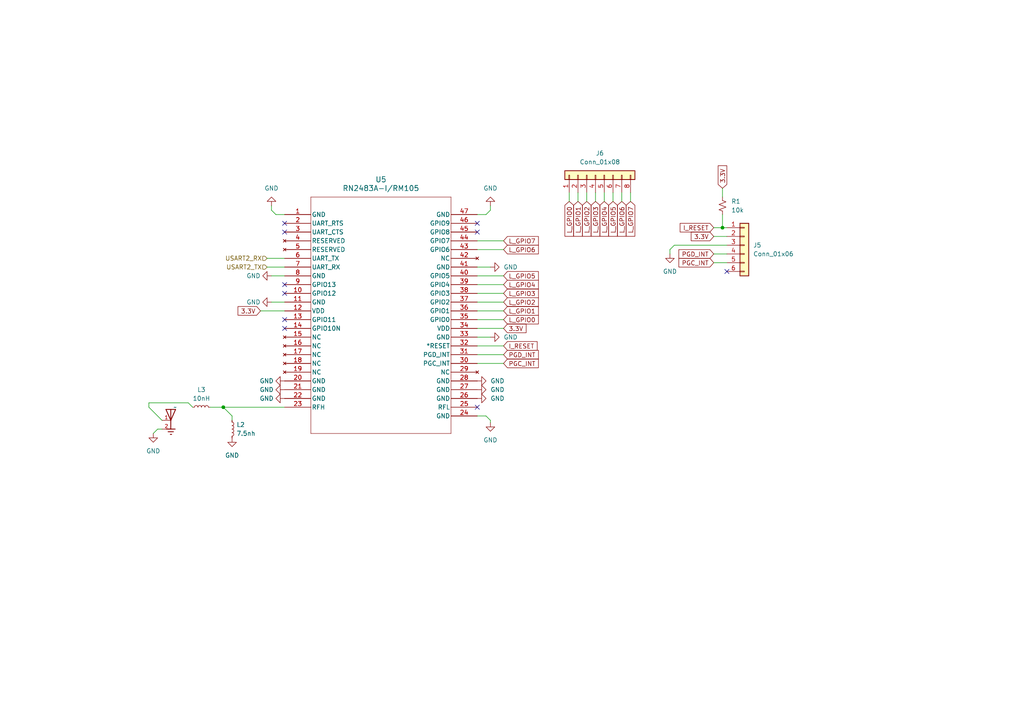
<source format=kicad_sch>
(kicad_sch (version 20230121) (generator eeschema)
  (paper "A4")
  (lib_symbols
    (symbol "Connector_Generic:Conn_01x06" (pin_names (offset 1.016) hide)
      (property "Reference" "J" (at 0 7.62 0))
      (property "Value" "Conn_01x06" (at 0 -10.16 0))
      (symbol "Conn_01x06_1_1"
        (rectangle (start -1.27 -7.493) (end 0 -7.747) (stroke (width 0.1524)))
        (rectangle (start -1.27 -4.953) (end 0 -5.207) (stroke (width 0.1524)))
        (rectangle (start -1.27 -2.413) (end 0 -2.667) (stroke (width 0.1524)))
        (rectangle (start -1.27 0.127) (end 0 -0.127) (stroke (width 0.1524)))
        (rectangle (start -1.27 2.667) (end 0 2.413) (stroke (width 0.1524)))
        (rectangle (start -1.27 5.207) (end 0 4.953) (stroke (width 0.1524)))
        (rectangle (start -1.27 6.35) (end 1.27 -8.89) (stroke (width 0.254)) (fill (type background)))
        (pin passive line (at -5.08 5.08 0) (length 3.81) (name "Pin_1") (number "1"))
        (pin passive line (at -5.08 2.54 0) (length 3.81) (name "Pin_2") (number "2"))
        (pin passive line (at -5.08 0 0) (length 3.81) (name "Pin_3") (number "3"))
        (pin passive line (at -5.08 -2.54 0) (length 3.81) (name "Pin_4") (number "4"))
        (pin passive line (at -5.08 -5.08 0) (length 3.81) (name "Pin_5") (number "5"))
        (pin passive line (at -5.08 -7.62 0) (length 3.81) (name "Pin_6") (number "6"))
      )
    )
    (symbol "Connector_Generic:Conn_01x08" (pin_names (offset 1.016) hide)
      (property "Reference" "J" (at 0 10.16 0))
      (property "Value" "Conn_01x08" (at 0 -12.7 0))
      (symbol "Conn_01x08_1_1"
        (rectangle (start -1.27 -10.033) (end 0 -10.287) (stroke (width 0.1524)))
        (rectangle (start -1.27 -7.493) (end 0 -7.747) (stroke (width 0.1524)))
        (rectangle (start -1.27 -4.953) (end 0 -5.207) (stroke (width 0.1524)))
        (rectangle (start -1.27 -2.413) (end 0 -2.667) (stroke (width 0.1524)))
        (rectangle (start -1.27 0.127) (end 0 -0.127) (stroke (width 0.1524)))
        (rectangle (start -1.27 2.667) (end 0 2.413) (stroke (width 0.1524)))
        (rectangle (start -1.27 5.207) (end 0 4.953) (stroke (width 0.1524)))
        (rectangle (start -1.27 7.747) (end 0 7.493) (stroke (width 0.1524)))
        (rectangle (start -1.27 8.89) (end 1.27 -11.43) (stroke (width 0.254)) (fill (type background)))
        (pin passive line (at -5.08 7.62 0) (length 3.81) (name "Pin_1") (number "1"))
        (pin passive line (at -5.08 5.08 0) (length 3.81) (name "Pin_2") (number "2"))
        (pin passive line (at -5.08 2.54 0) (length 3.81) (name "Pin_3") (number "3"))
        (pin passive line (at -5.08 0 0) (length 3.81) (name "Pin_4") (number "4"))
        (pin passive line (at -5.08 -2.54 0) (length 3.81) (name "Pin_5") (number "5"))
        (pin passive line (at -5.08 -5.08 0) (length 3.81) (name "Pin_6") (number "6"))
        (pin passive line (at -5.08 -7.62 0) (length 3.81) (name "Pin_7") (number "7"))
        (pin passive line (at -5.08 -10.16 0) (length 3.81) (name "Pin_8") (number "8"))
      )
    )
    (symbol "Device:L_Small" (pin_numbers hide) (pin_names (offset 0.254) hide)
      (property "Reference" "L" (at 0.762 1.016 0))
      (property "Value" "L_Small" (at 0.762 -1.016 0))
      (symbol "L_Small_0_1"
        (arc (start 0 -2.032) (mid 0.5058 -1.524) (end 0 -1.016))
        (arc (start 0 -1.016) (mid 0.5058 -0.508) (end 0 0))
        (arc (start 0 0) (mid 0.5058 0.508) (end 0 1.016))
        (arc (start 0 1.016) (mid 0.5058 1.524) (end 0 2.032))
      )
      (symbol "L_Small_1_1"
        (pin passive line (at 0 2.54 270) (length 0.508) (name "~") (number "1"))
        (pin passive line (at 0 -2.54 90) (length 0.508) (name "~") (number "2"))
      )
    )
    (symbol "Device:R_Small_US" (pin_numbers hide) (pin_names (offset 0.254) hide)
      (property "Reference" "R" (at 0.762 0.508 0))
      (property "Value" "R_Small_US" (at 0.762 -1.016 0))
      (symbol "R_Small_US_1_1"
        (polyline (pts (xy 0 0) (xy 1.016 -0.381) (xy 0 -0.762) (xy -1.016 -1.143) (xy 0 -1.524)))
        (polyline (pts (xy 0 1.524) (xy 1.016 1.143) (xy 0 0.762) (xy -1.016 0.381) (xy 0 0)))
        (pin passive line (at 0 2.54 270) (length 1.016) (name "~") (number "1"))
        (pin passive line (at 0 -2.54 90) (length 1.016) (name "~") (number "2"))
      )
    )
    (symbol "RN2483A-I/RM105:RN2483A-I_RM105" (pin_names (offset 0.254))
      (property "Reference" "U" (at 27.94 10.16 0))
      (property "Value" "RN2483A-I/RM105" (at 27.94 7.62 0))
      (symbol "RN2483A-I_RM105_0_1"
        (polyline (pts (xy 7.62 -63.5) (xy 48.26 -63.5)) (stroke (width 0.127)))
        (polyline (pts (xy 7.62 5.08) (xy 7.62 -63.5)) (stroke (width 0.127)))
        (polyline (pts (xy 48.26 -63.5) (xy 48.26 5.08)) (stroke (width 0.127)))
        (polyline (pts (xy 48.26 5.08) (xy 7.62 5.08)) (stroke (width 0.127)))
        (pin power_out line (at 0 0 0) (length 7.62) (name "GND") (number "1"))
        (pin bidirectional line (at 0 -22.86 0) (length 7.62) (name "GPIO12") (number "10"))
        (pin power_out line (at 0 -25.4 0) (length 7.62) (name "GND") (number "11"))
        (pin power_in line (at 0 -27.94 0) (length 7.62) (name "VDD") (number "12"))
        (pin bidirectional line (at 0 -30.48 0) (length 7.62) (name "GPIO11") (number "13"))
        (pin bidirectional line (at 0 -33.02 0) (length 7.62) (name "GPIO10N") (number "14"))
        (pin no_connect line (at 0 -35.56 0) (length 7.62) (name "NC") (number "15"))
        (pin no_connect line (at 0 -38.1 0) (length 7.62) (name "NC") (number "16"))
        (pin no_connect line (at 0 -40.64 0) (length 7.62) (name "NC") (number "17"))
        (pin no_connect line (at 0 -43.18 0) (length 7.62) (name "NC") (number "18"))
        (pin no_connect line (at 0 -45.72 0) (length 7.62) (name "NC") (number "19"))
        (pin output line (at 0 -2.54 0) (length 7.62) (name "UART_RTS") (number "2"))
        (pin power_out line (at 0 -48.26 0) (length 7.62) (name "GND") (number "20"))
        (pin power_out line (at 0 -50.8 0) (length 7.62) (name "GND") (number "21"))
        (pin power_out line (at 0 -53.34 0) (length 7.62) (name "GND") (number "22"))
        (pin unspecified line (at 0 -55.88 0) (length 7.62) (name "RFH") (number "23"))
        (pin power_out line (at 55.88 -58.42 180) (length 7.62) (name "GND") (number "24"))
        (pin unspecified line (at 55.88 -55.88 180) (length 7.62) (name "RFL") (number "25"))
        (pin power_out line (at 55.88 -53.34 180) (length 7.62) (name "GND") (number "26"))
        (pin power_out line (at 55.88 -50.8 180) (length 7.62) (name "GND") (number "27"))
        (pin power_out line (at 55.88 -48.26 180) (length 7.62) (name "GND") (number "28"))
        (pin no_connect line (at 55.88 -45.72 180) (length 7.62) (name "NC") (number "29"))
        (pin input line (at 0 -5.08 0) (length 7.62) (name "UART_CTS") (number "3"))
        (pin bidirectional line (at 55.88 -43.18 180) (length 7.62) (name "PGC_INT") (number "30"))
        (pin bidirectional line (at 55.88 -40.64 180) (length 7.62) (name "PGD_INT") (number "31"))
        (pin input line (at 55.88 -38.1 180) (length 7.62) (name "*RESET") (number "32"))
        (pin power_out line (at 55.88 -35.56 180) (length 7.62) (name "GND") (number "33"))
        (pin power_in line (at 55.88 -33.02 180) (length 7.62) (name "VDD") (number "34"))
        (pin bidirectional line (at 55.88 -30.48 180) (length 7.62) (name "GPIO0") (number "35"))
        (pin bidirectional line (at 55.88 -27.94 180) (length 7.62) (name "GPIO1") (number "36"))
        (pin bidirectional line (at 55.88 -25.4 180) (length 7.62) (name "GPIO2") (number "37"))
        (pin bidirectional line (at 55.88 -22.86 180) (length 7.62) (name "GPIO3") (number "38"))
        (pin bidirectional line (at 55.88 -20.32 180) (length 7.62) (name "GPIO4") (number "39"))
        (pin no_connect line (at 0 -7.62 0) (length 7.62) (name "RESERVED") (number "4"))
        (pin bidirectional line (at 55.88 -17.78 180) (length 7.62) (name "GPIO5") (number "40"))
        (pin power_out line (at 55.88 -15.24 180) (length 7.62) (name "GND") (number "41"))
        (pin no_connect line (at 55.88 -12.7 180) (length 7.62) (name "NC") (number "42"))
        (pin bidirectional line (at 55.88 -10.16 180) (length 7.62) (name "GPIO6") (number "43"))
        (pin bidirectional line (at 55.88 -7.62 180) (length 7.62) (name "GPIO7") (number "44"))
        (pin bidirectional line (at 55.88 -5.08 180) (length 7.62) (name "GPIO8") (number "45"))
        (pin bidirectional line (at 55.88 -2.54 180) (length 7.62) (name "GPIO9") (number "46"))
        (pin power_out line (at 55.88 0 180) (length 7.62) (name "GND") (number "47"))
        (pin no_connect line (at 0 -10.16 0) (length 7.62) (name "RESERVED") (number "5"))
        (pin output line (at 0 -12.7 0) (length 7.62) (name "UART_TX") (number "6"))
        (pin input line (at 0 -15.24 0) (length 7.62) (name "UART_RX") (number "7"))
        (pin power_out line (at 0 -17.78 0) (length 7.62) (name "GND") (number "8"))
        (pin bidirectional line (at 0 -20.32 0) (length 7.62) (name "GPIO13") (number "9"))
      )
    )
    (symbol "_F_Lib:antenna-868Mhz"
      (property "Reference" "U" (at 3.81 4.445 0))
      (symbol "antenna-868Mhz_0_0"
        (polyline (pts (xy -1.397 3.175) (xy 0 3.175)) (stroke (width 0.254)))
        (polyline (pts (xy -0.762 -3.302) (xy 0.762 -3.302)) (stroke (width 0.254)))
        (polyline (pts (xy -0.127 -4.064) (xy 0.254 -4.064)) (stroke (width 0.254)))
        (polyline (pts (xy 0 -2.54) (xy -1.27 -2.54)) (stroke (width 0.254)))
        (polyline (pts (xy 0 -2.54) (xy 1.27 -2.54)) (stroke (width 0.254)))
        (polyline (pts (xy 0 0) (xy -1.397 3.175)) (stroke (width 0.254)))
        (polyline (pts (xy 0 0) (xy 0 -2.54)) (stroke (width 0.254)))
        (polyline (pts (xy 0 3.175) (xy 0 0)) (stroke (width 0.254)))
        (polyline (pts (xy 0 3.175) (xy 1.397 3.175)) (stroke (width 0.254)))
        (polyline (pts (xy 1.397 3.175) (xy 0 0)) (stroke (width 0.254)))
        (pin passive line (at -2.54 0 0) (length 2.54) (name "~") (number "1"))
        (pin power_in line (at -2.54 -2.54 0) (length 2.54) (name "~") (number "2"))
      )
    )
    (symbol "power:GND" (power) (pin_names (offset 0))
      (property "Value" "GND" (at 0 -3.81 0))
      (symbol "GND_0_1"
        (polyline (pts (xy 0 0) (xy 0 -1.27) (xy 1.27 -1.27) (xy 0 -2.54) (xy -1.27 -1.27) (xy 0 -1.27)))
      )
      (symbol "GND_1_1"
        (pin power_in line (at 0 0 270) (length 0) hide (name "GND") (number "1"))
      )
    )
  )
  (junction (at 64.77 118.11))
  (junction (at 209.55 66.04))
  (no_connect (at 82.55 64.77))
  (no_connect (at 82.55 82.55))
  (no_connect (at 82.55 67.31))
  (no_connect (at 82.55 85.09))
  (no_connect (at 138.43 64.77))
  (no_connect (at 138.43 67.31))
  (no_connect (at 138.43 118.11))
  (no_connect (at 82.55 95.25))
  (no_connect (at 82.55 92.71))
  (no_connect (at 210.82 78.74))
  (wire (pts (xy 138.43 72.39) (xy 146.05 72.39)))
  (wire (pts (xy 170.18 55.88) (xy 170.18 58.42)))
  (wire (pts (xy 177.8 55.88) (xy 177.8 58.42)))
  (wire (pts (xy 138.43 120.65) (xy 140.97 120.65)))
  (wire (pts (xy 138.43 90.17) (xy 146.05 90.17)))
  (wire (pts (xy 43.18 116.84) (xy 43.18 118.11)))
  (wire (pts (xy 75.565 90.17) (xy 82.55 90.17)))
  (wire (pts (xy 182.88 55.88) (xy 182.88 58.42)))
  (wire (pts (xy 138.43 97.79) (xy 142.24 97.79)))
  (wire (pts (xy 180.34 55.88) (xy 180.34 58.42)))
  (wire (pts (xy 194.31 72.39) (xy 194.31 73.66)))
  (wire (pts (xy 45.72 124.46) (xy 44.45 125.73)))
  (wire (pts (xy 138.43 77.47) (xy 142.24 77.47)))
  (wire (pts (xy 67.31 121.92) (xy 67.31 120.65)))
  (wire (pts (xy 138.43 95.25) (xy 146.05 95.25)))
  (wire (pts (xy 138.43 87.63) (xy 146.05 87.63)))
  (wire (pts (xy 78.74 80.01) (xy 82.55 80.01)))
  (wire (pts (xy 54.61 116.84) (xy 55.88 118.11)))
  (wire (pts (xy 172.72 55.88) (xy 172.72 58.42)))
  (wire (pts (xy 78.74 59.69) (xy 78.74 60.96)))
  (wire (pts (xy 138.43 69.85) (xy 146.05 69.85)))
  (wire (pts (xy 77.47 77.47) (xy 82.55 77.47)))
  (wire (pts (xy 138.43 102.87) (xy 146.05 102.87)))
  (wire (pts (xy 138.43 100.33) (xy 146.05 100.33)))
  (wire (pts (xy 165.1 55.88) (xy 165.1 58.42)))
  (wire (pts (xy 77.47 74.93) (xy 82.55 74.93)))
  (wire (pts (xy 67.31 120.65) (xy 64.77 118.11)))
  (wire (pts (xy 209.55 62.23) (xy 209.55 66.04)))
  (wire (pts (xy 167.64 55.88) (xy 167.64 58.42)))
  (wire (pts (xy 138.43 105.41) (xy 146.05 105.41)))
  (wire (pts (xy 209.55 54.61) (xy 209.55 57.15)))
  (wire (pts (xy 78.74 87.63) (xy 82.55 87.63)))
  (wire (pts (xy 60.96 118.11) (xy 64.77 118.11)))
  (wire (pts (xy 209.55 66.04) (xy 210.82 66.04)))
  (wire (pts (xy 43.18 118.11) (xy 46.99 121.92)))
  (wire (pts (xy 175.26 55.88) (xy 175.26 58.42)))
  (wire (pts (xy 207.01 76.2) (xy 210.82 76.2)))
  (wire (pts (xy 138.43 92.71) (xy 146.05 92.71)))
  (wire (pts (xy 195.58 71.12) (xy 210.82 71.12)))
  (wire (pts (xy 138.43 62.23) (xy 140.97 62.23)))
  (wire (pts (xy 207.01 66.04) (xy 209.55 66.04)))
  (wire (pts (xy 80.01 62.23) (xy 78.74 60.96)))
  (wire (pts (xy 194.31 72.39) (xy 195.58 71.12)))
  (wire (pts (xy 142.24 59.69) (xy 142.24 60.96)))
  (wire (pts (xy 138.43 82.55) (xy 146.05 82.55)))
  (wire (pts (xy 64.77 118.11) (xy 82.55 118.11)))
  (wire (pts (xy 140.97 120.65) (xy 142.24 121.92)))
  (wire (pts (xy 138.43 80.01) (xy 146.05 80.01)))
  (wire (pts (xy 138.43 85.09) (xy 146.05 85.09)))
  (wire (pts (xy 46.99 124.46) (xy 45.72 124.46)))
  (wire (pts (xy 80.01 62.23) (xy 82.55 62.23)))
  (wire (pts (xy 43.18 116.84) (xy 54.61 116.84)))
  (wire (pts (xy 142.24 121.92) (xy 142.24 122.555)))
  (wire (pts (xy 207.01 68.58) (xy 210.82 68.58)))
  (wire (pts (xy 140.97 62.23) (xy 142.24 60.96)))
  (wire (pts (xy 207.01 73.66) (xy 210.82 73.66)))
  (global_label "L_GPIO7" (shape input) (at 182.88 58.42 270) (property "Intersheetrefs" "${INTERSHEET_REFS}" (effects hide)))
  (global_label "PGD_INT" (shape input) (at 207.01 73.66 180) (property "Intersheetrefs" "${INTERSHEET_REFS}" (effects hide)))
  (global_label "L_GPIO4" (shape input) (at 175.26 58.42 270) (property "Intersheetrefs" "${INTERSHEET_REFS}" (effects hide)))
  (global_label "L_GPIO3" (shape input) (at 146.05 85.09 0) (property "Intersheetrefs" "${INTERSHEET_REFS}" (effects hide)))
  (global_label "L_GPIO5" (shape input) (at 146.05 80.01 0) (property "Intersheetrefs" "${INTERSHEET_REFS}" (effects hide)))
  (global_label "L_GPIO1" (shape input) (at 167.64 58.42 270) (property "Intersheetrefs" "${INTERSHEET_REFS}" (effects hide)))
  (global_label "L_GPIO0" (shape input) (at 146.05 92.71 0) (property "Intersheetrefs" "${INTERSHEET_REFS}" (effects hide)))
  (global_label "L_GPIO0" (shape input) (at 165.1 58.42 270) (property "Intersheetrefs" "${INTERSHEET_REFS}" (effects hide)))
  (global_label "PGC_INT" (shape input) (at 207.01 76.2 180) (property "Intersheetrefs" "${INTERSHEET_REFS}" (effects hide)))
  (global_label "L_GPIO3" (shape input) (at 172.72 58.42 270) (property "Intersheetrefs" "${INTERSHEET_REFS}" (effects hide)))
  (global_label "L_GPIO6" (shape input) (at 146.05 72.39 0) (property "Intersheetrefs" "${INTERSHEET_REFS}" (effects hide)))
  (global_label "L_GPIO7" (shape input) (at 146.05 69.85 0) (property "Intersheetrefs" "${INTERSHEET_REFS}" (effects hide)))
  (global_label "I_RESET" (shape input) (at 207.01 66.04 180) (property "Intersheetrefs" "${INTERSHEET_REFS}" (effects hide)))
  (global_label "3.3V" (shape input) (at 207.01 68.58 180) (property "Intersheetrefs" "${INTERSHEET_REFS}" (effects hide)))
  (global_label "L_GPIO5" (shape input) (at 177.8 58.42 270) (property "Intersheetrefs" "${INTERSHEET_REFS}" (effects hide)))
  (global_label "3.3V" (shape input) (at 146.05 95.25 0) (property "Intersheetrefs" "${INTERSHEET_REFS}" (effects hide)))
  (global_label "PGD_INT" (shape input) (at 146.05 102.87 0) (property "Intersheetrefs" "${INTERSHEET_REFS}" (effects hide)))
  (global_label "3.3V" (shape input) (at 75.565 90.17 180) (property "Intersheetrefs" "${INTERSHEET_REFS}" (effects hide)))
  (global_label "L_GPIO2" (shape input) (at 146.05 87.63 0) (property "Intersheetrefs" "${INTERSHEET_REFS}" (effects hide)))
  (global_label "I_RESET" (shape input) (at 146.05 100.33 0) (property "Intersheetrefs" "${INTERSHEET_REFS}" (effects hide)))
  (global_label "L_GPIO1" (shape input) (at 146.05 90.17 0) (property "Intersheetrefs" "${INTERSHEET_REFS}" (effects hide)))
  (global_label "3.3V" (shape input) (at 209.55 54.61 90) (property "Intersheetrefs" "${INTERSHEET_REFS}" (effects hide)))
  (global_label "L_GPIO6" (shape input) (at 180.34 58.42 270) (property "Intersheetrefs" "${INTERSHEET_REFS}" (effects hide)))
  (global_label "L_GPIO4" (shape input) (at 146.05 82.55 0) (property "Intersheetrefs" "${INTERSHEET_REFS}" (effects hide)))
  (global_label "PGC_INT" (shape input) (at 146.05 105.41 0) (property "Intersheetrefs" "${INTERSHEET_REFS}" (effects hide)))
  (global_label "L_GPIO2" (shape input) (at 170.18 58.42 270) (property "Intersheetrefs" "${INTERSHEET_REFS}" (effects hide)))
  (hierarchical_label "USART2_RX" (shape input) (at 77.47 74.93 180))
  (hierarchical_label "USART2_TX" (shape input) (at 77.47 77.47 180))
  (symbol (lib_id "power:GND") (at 82.55 115.57 270) (unit 1)
    (property "Reference" "#PWR038" (effects hide))
    (property "Value" "GND" (at 79.375 115.57 90) (effects (justify right)))
    (instances (project "LoRa_MuPr-VAF4751" (path "" (reference "#PWR038") (unit 1))) (project "LoRa_MuPr-VAF4751_L" (path "" (reference "#PWR014") (unit 1))))
  )
  (symbol (lib_id "power:GND") (at 78.74 59.69 180) (unit 1)
    (property "Reference" "#PWR031" (effects hide))
    (property "Value" "GND" (at 78.74 54.61 0))
    (instances (project "LoRa_MuPr-VAF4751" (path "" (reference "#PWR031") (unit 1))) (project "LoRa_MuPr-VAF4751_L" (path "" (reference "#PWR03") (unit 1))))
  )
  (symbol (lib_id "power:GND") (at 138.43 113.03 90) (unit 1)
    (property "Reference" "#PWR035" (effects hide))
    (property "Value" "GND" (at 142.24 113.03 90) (effects (justify right)))
    (instances (project "LoRa_MuPr-VAF4751" (path "" (reference "#PWR035") (unit 1))) (project "LoRa_MuPr-VAF4751_L" (path "" (reference "#PWR013") (unit 1))))
  )
  (symbol (lib_id "Device:L_Small") (at 67.31 124.46 0) (unit 1)
    (property "Reference" "L2" (at 68.58 123.19 0) (effects (justify left)))
    (property "Value" "7.5nh" (at 68.58 125.73 0) (effects (justify left)))
    (property "Footprint" "Inductor_SMD:L_0603_1608Metric_Pad1.05x0.95mm_HandSolder" (effects hide))
  )
  (symbol (lib_id "Connector_Generic:Conn_01x08") (at 172.72 50.8 90) (unit 1)
    (property "Reference" "J6" (at 173.99 44.45 90))
    (property "Value" "Conn_01x08" (at 173.99 46.99 90))
    (property "Footprint" "Connector_PinHeader_1.27mm:PinHeader_1x08_P1.27mm_Vertical" (effects hide))
    (instances (project "LoRa_MuPr-VAF4751" (path "" (reference "J6") (unit 1))) (project "LoRa_MuPr-VAF4751_L" (path "" (reference "J1") (unit 1))))
  )
  (symbol (lib_id "_F_Lib:antenna-868Mhz") (at 49.53 121.92 0) (unit 1)
    (property "Reference" "U5" (effects hide))
    (property "Value" "~" (at 50.8 118.11 0))
    (property "Footprint" "_F_Library:IFA-antenna868Mhzv2" (effects hide))
  )
  (symbol (lib_id "power:GND") (at 82.55 113.03 270) (unit 1)
    (property "Reference" "#PWR037" (effects hide))
    (property "Value" "GND" (at 79.375 113.03 90) (effects (justify right)))
    (instances (project "LoRa_MuPr-VAF4751" (path "" (reference "#PWR037") (unit 1))) (project "LoRa_MuPr-VAF4751_L" (path "" (reference "#PWR012") (unit 1))))
  )
  (symbol (lib_id "power:GND") (at 44.45 125.73 0) (unit 1)
    (property "Reference" "#PWR027" (effects hide))
    (property "Value" "GND" (at 44.45 130.81 0))
    (instances (project "LoRa_MuPr-VAF4751" (path "" (reference "#PWR027") (unit 1))) (project "LoRa_MuPr-VAF4751_L" (path "" (reference "#PWR026") (unit 1))))
  )
  (symbol (lib_id "power:GND") (at 142.24 122.555 0) (unit 1)
    (property "Reference" "#PWR027" (effects hide))
    (property "Value" "GND" (at 142.24 127.635 0))
    (instances (project "LoRa_MuPr-VAF4751" (path "" (reference "#PWR027") (unit 1))) (project "LoRa_MuPr-VAF4751_L" (path "" (reference "#PWR016") (unit 1))))
  )
  (symbol (lib_id "power:GND") (at 82.55 110.49 270) (unit 1)
    (property "Reference" "#PWR028" (effects hide))
    (property "Value" "GND" (at 79.375 110.49 90) (effects (justify right)))
    (instances (project "LoRa_MuPr-VAF4751" (path "" (reference "#PWR028") (unit 1))) (project "LoRa_MuPr-VAF4751_L" (path "" (reference "#PWR010") (unit 1))))
  )
  (symbol (lib_id "power:GND") (at 138.43 115.57 90) (unit 1)
    (property "Reference" "#PWR036" (effects hide))
    (property "Value" "GND" (at 142.24 115.57 90) (effects (justify right)))
    (instances (project "LoRa_MuPr-VAF4751" (path "" (reference "#PWR036") (unit 1))) (project "LoRa_MuPr-VAF4751_L" (path "" (reference "#PWR015") (unit 1))))
  )
  (symbol (lib_id "power:GND") (at 78.74 80.01 270) (unit 1)
    (property "Reference" "#PWR030" (effects hide))
    (property "Value" "GND" (at 75.565 80.01 90) (effects (justify right)))
    (instances (project "LoRa_MuPr-VAF4751" (path "" (reference "#PWR030") (unit 1))) (project "LoRa_MuPr-VAF4751_L" (path "" (reference "#PWR07") (unit 1))))
  )
  (symbol (lib_id "RN2483A-I/RM105:RN2483A-I_RM105") (at 82.55 62.23 0) (unit 1)
    (property "Reference" "U5" (at 110.49 52.07 0) (effects (font (size 1.524 1.524))))
    (property "Value" "RN2483A-I/RM105" (at 110.49 54.61 0) (effects (font (size 1.524 1.524))))
    (property "Footprint" "user_footprint:MICROCHIP_RN2483" (effects hide))
    (property "Datasheet" "RN2483A-I/RM105" (effects hide))
    (instances (project "LoRa_MuPr-VAF4751" (path "" (reference "U5") (unit 1))) (project "LoRa_MuPr-VAF4751_L" (path "" (reference "U3") (unit 1))))
  )
  (symbol (lib_id "power:GND") (at 78.74 87.63 270) (unit 1)
    (property "Reference" "#PWR029" (effects hide))
    (property "Value" "GND" (at 75.565 87.63 90) (effects (justify right)))
    (instances (project "LoRa_MuPr-VAF4751" (path "" (reference "#PWR029") (unit 1))) (project "LoRa_MuPr-VAF4751_L" (path "" (reference "#PWR08") (unit 1))))
  )
  (symbol (lib_id "Device:L_Small") (at 58.42 118.11 90) (unit 1)
    (property "Reference" "L3" (at 58.42 113.03 90))
    (property "Value" "10nH" (at 58.42 115.57 90))
    (property "Footprint" "Inductor_SMD:L_0603_1608Metric_Pad1.05x0.95mm_HandSolder" (effects hide))
  )
  (symbol (lib_id "Device:R_Small_US") (at 209.55 59.69 0) (unit 1)
    (property "Reference" "R1" (at 212.09 58.42 0) (effects (justify left)))
    (property "Value" "10k" (at 212.09 60.96 0) (effects (justify left)))
    (property "Footprint" "Resistor_SMD:R_0603_1608Metric_Pad0.98x0.95mm_HandSolder" (effects hide))
    (instances (project "LoRa_MuPr-VAF4751" (path "" (reference "R1") (unit 1)) (path "" (reference "R21") (unit 1))) (project "LoRa_MuPr-VAF4751_L" (path "" (reference "R2") (unit 1))))
  )
  (symbol (lib_id "Connector_Generic:Conn_01x06") (at 215.9 71.12 0) (unit 1)
    (property "Reference" "J5" (at 218.44 71.12 0) (effects (justify left)))
    (property "Value" "Conn_01x06" (at 218.44 73.66 0) (effects (justify left)))
    (property "Footprint" "Connector_PinHeader_2.00mm:PinHeader_1x06_P2.00mm_Vertical" (effects hide))
    (instances (project "LoRa_MuPr-VAF4751" (path "" (reference "J5") (unit 1))) (project "LoRa_MuPr-VAF4751_L" (path "" (reference "J2") (unit 1))))
  )
  (symbol (lib_id "power:GND") (at 142.24 77.47 90) (unit 1)
    (property "Reference" "#PWR025" (effects hide))
    (property "Value" "GND" (at 146.05 77.47 90) (effects (justify right)))
    (instances (project "LoRa_MuPr-VAF4751" (path "" (reference "#PWR025") (unit 1))) (project "LoRa_MuPr-VAF4751_L" (path "" (reference "#PWR06") (unit 1))))
  )
  (symbol (lib_id "power:GND") (at 67.31 127 0) (unit 1)
    (property "Reference" "#PWR027" (effects hide))
    (property "Value" "GND" (at 67.31 132.08 0))
    (instances (project "LoRa_MuPr-VAF4751" (path "" (reference "#PWR027") (unit 1))) (project "LoRa_MuPr-VAF4751_L" (path "" (reference "#PWR017") (unit 1))))
  )
  (symbol (lib_id "power:GND") (at 194.31 73.66 0) (unit 1)
    (property "Reference" "#PWR032" (effects hide))
    (property "Value" "GND" (at 194.31 78.74 0))
    (instances (project "LoRa_MuPr-VAF4751" (path "" (reference "#PWR032") (unit 1))) (project "LoRa_MuPr-VAF4751_L" (path "" (reference "#PWR05") (unit 1))))
  )
  (symbol (lib_id "power:GND") (at 138.43 110.49 90) (unit 1)
    (property "Reference" "#PWR023" (effects hide))
    (property "Value" "GND" (at 142.24 110.49 90) (effects (justify right)))
    (instances (project "LoRa_MuPr-VAF4751" (path "" (reference "#PWR023") (unit 1))) (project "LoRa_MuPr-VAF4751_L" (path "" (reference "#PWR011") (unit 1))))
  )
  (symbol (lib_id "power:GND") (at 142.24 59.69 180) (unit 1)
    (property "Reference" "#PWR026" (effects hide))
    (property "Value" "GND" (at 142.24 54.61 0))
    (instances (project "LoRa_MuPr-VAF4751" (path "" (reference "#PWR026") (unit 1))) (project "LoRa_MuPr-VAF4751_L" (path "" (reference "#PWR04") (unit 1))))
  )
  (symbol (lib_id "power:GND") (at 142.24 97.79 90) (unit 1)
    (property "Reference" "#PWR024" (effects hide))
    (property "Value" "GND" (at 146.05 97.79 90) (effects (justify right)))
    (instances (project "LoRa_MuPr-VAF4751" (path "" (reference "#PWR024") (unit 1))) (project "LoRa_MuPr-VAF4751_L" (path "" (reference "#PWR09") (unit 1))))
  )
)
</source>
